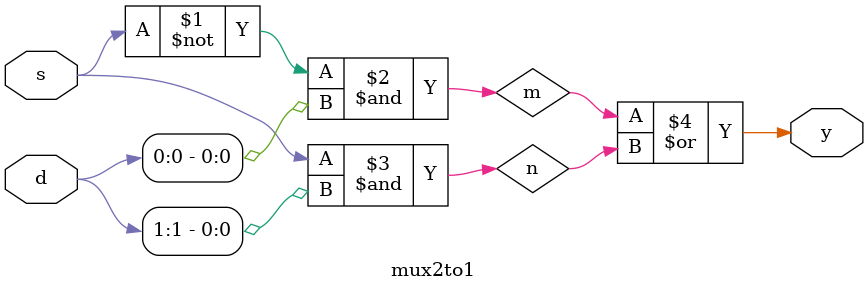
<source format=v>
`timescale 1ns / 1ps


module mux2to1(d,s,y);
input [1:0] d;
input s;
output y;
wire m,n;

assign m = (~s) & d[0];
assign n = s & d[1];
assign y = m | n;

endmodule

</source>
